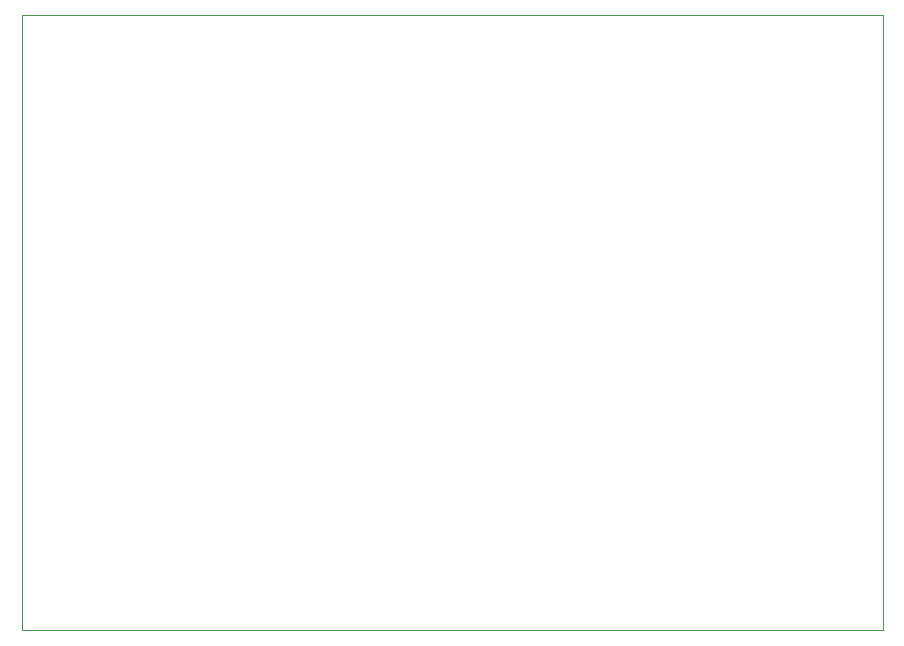
<source format=gbr>
G04 Layer_Color=0*
%FSLAX26Y26*%
%MOIN*%
%TF.FileFunction,Profile,NP*%
%TF.Part,Single*%
G01*
G75*
%TA.AperFunction,Profile*%
%ADD25C,0.001000*%
D25*
X2435000Y2950000D02*
X5305000D01*
Y5000000D01*
X2435000D01*
Y2950000D01*
%TF.MD5,f534bb0420feb92e39630280db1593a8*%
M02*

</source>
